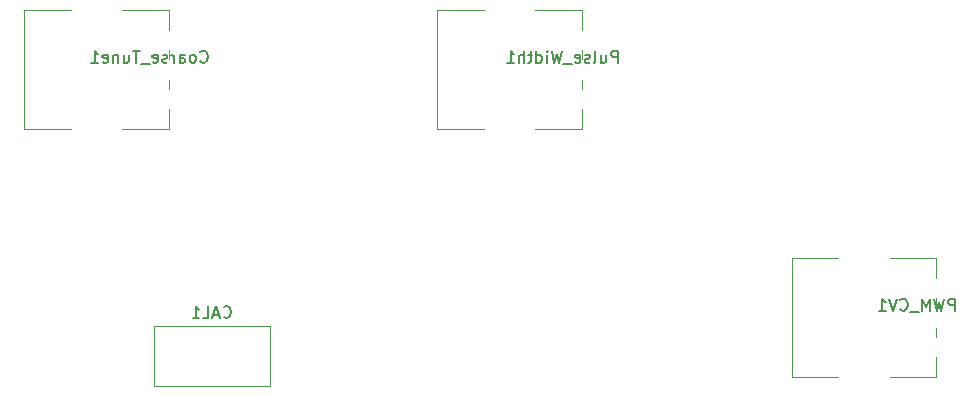
<source format=gbr>
%TF.GenerationSoftware,KiCad,Pcbnew,(5.1.7)-1*%
%TF.CreationDate,2020-11-22T12:34:15-07:00*%
%TF.ProjectId,cem3340_board_mount,63656d33-3334-4305-9f62-6f6172645f6d,rev?*%
%TF.SameCoordinates,Original*%
%TF.FileFunction,Legend,Bot*%
%TF.FilePolarity,Positive*%
%FSLAX46Y46*%
G04 Gerber Fmt 4.6, Leading zero omitted, Abs format (unit mm)*
G04 Created by KiCad (PCBNEW (5.1.7)-1) date 2020-11-22 12:34:15*
%MOMM*%
%LPD*%
G01*
G04 APERTURE LIST*
%ADD10C,0.120000*%
%ADD11C,0.150000*%
G04 APERTURE END LIST*
D10*
%TO.C,PWM_CV1*%
X201120000Y-101079000D02*
X197183000Y-101079000D01*
X192816000Y-101079000D02*
X188880000Y-101079000D01*
X201120000Y-111120000D02*
X197183000Y-111120000D01*
X192816000Y-111120000D02*
X188880000Y-111120000D01*
X201120000Y-101079000D02*
X201120000Y-102729000D01*
X201120000Y-104471000D02*
X201120000Y-105230000D01*
X201120000Y-106971000D02*
X201120000Y-107730000D01*
X201120000Y-109470000D02*
X201120000Y-111120000D01*
X188880000Y-101079000D02*
X188880000Y-111120000D01*
%TO.C,Coarse_Tune1*%
X136120000Y-80079000D02*
X132183000Y-80079000D01*
X127816000Y-80079000D02*
X123880000Y-80079000D01*
X136120000Y-90120000D02*
X132183000Y-90120000D01*
X127816000Y-90120000D02*
X123880000Y-90120000D01*
X136120000Y-80079000D02*
X136120000Y-81729000D01*
X136120000Y-83471000D02*
X136120000Y-84230000D01*
X136120000Y-85971000D02*
X136120000Y-86730000D01*
X136120000Y-88470000D02*
X136120000Y-90120000D01*
X123880000Y-80079000D02*
X123880000Y-90120000D01*
%TO.C,Pulse_Width1*%
X171120000Y-80079000D02*
X167183000Y-80079000D01*
X162816000Y-80079000D02*
X158880000Y-80079000D01*
X171120000Y-90120000D02*
X167183000Y-90120000D01*
X162816000Y-90120000D02*
X158880000Y-90120000D01*
X171120000Y-80079000D02*
X171120000Y-81729000D01*
X171120000Y-83471000D02*
X171120000Y-84230000D01*
X171120000Y-85971000D02*
X171120000Y-86730000D01*
X171120000Y-88470000D02*
X171120000Y-90120000D01*
X158880000Y-80079000D02*
X158880000Y-90120000D01*
%TO.C,CAL1*%
X144665000Y-106810000D02*
X134895000Y-106810000D01*
X144665000Y-111880000D02*
X134895000Y-111880000D01*
X144665000Y-106810000D02*
X144665000Y-111880000D01*
X134895000Y-106810000D02*
X134895000Y-111880000D01*
%TO.C,PWM_CV1*%
D11*
X202690476Y-105502380D02*
X202690476Y-104502380D01*
X202309523Y-104502380D01*
X202214285Y-104550000D01*
X202166666Y-104597619D01*
X202119047Y-104692857D01*
X202119047Y-104835714D01*
X202166666Y-104930952D01*
X202214285Y-104978571D01*
X202309523Y-105026190D01*
X202690476Y-105026190D01*
X201785714Y-104502380D02*
X201547619Y-105502380D01*
X201357142Y-104788095D01*
X201166666Y-105502380D01*
X200928571Y-104502380D01*
X200547619Y-105502380D02*
X200547619Y-104502380D01*
X200214285Y-105216666D01*
X199880952Y-104502380D01*
X199880952Y-105502380D01*
X199642857Y-105597619D02*
X198880952Y-105597619D01*
X198071428Y-105407142D02*
X198119047Y-105454761D01*
X198261904Y-105502380D01*
X198357142Y-105502380D01*
X198500000Y-105454761D01*
X198595238Y-105359523D01*
X198642857Y-105264285D01*
X198690476Y-105073809D01*
X198690476Y-104930952D01*
X198642857Y-104740476D01*
X198595238Y-104645238D01*
X198500000Y-104550000D01*
X198357142Y-104502380D01*
X198261904Y-104502380D01*
X198119047Y-104550000D01*
X198071428Y-104597619D01*
X197785714Y-104502380D02*
X197452380Y-105502380D01*
X197119047Y-104502380D01*
X196261904Y-105502380D02*
X196833333Y-105502380D01*
X196547619Y-105502380D02*
X196547619Y-104502380D01*
X196642857Y-104645238D01*
X196738095Y-104740476D01*
X196833333Y-104788095D01*
%TO.C,Coarse_Tune1*%
X138809523Y-84407142D02*
X138857142Y-84454761D01*
X139000000Y-84502380D01*
X139095238Y-84502380D01*
X139238095Y-84454761D01*
X139333333Y-84359523D01*
X139380952Y-84264285D01*
X139428571Y-84073809D01*
X139428571Y-83930952D01*
X139380952Y-83740476D01*
X139333333Y-83645238D01*
X139238095Y-83550000D01*
X139095238Y-83502380D01*
X139000000Y-83502380D01*
X138857142Y-83550000D01*
X138809523Y-83597619D01*
X138238095Y-84502380D02*
X138333333Y-84454761D01*
X138380952Y-84407142D01*
X138428571Y-84311904D01*
X138428571Y-84026190D01*
X138380952Y-83930952D01*
X138333333Y-83883333D01*
X138238095Y-83835714D01*
X138095238Y-83835714D01*
X138000000Y-83883333D01*
X137952380Y-83930952D01*
X137904761Y-84026190D01*
X137904761Y-84311904D01*
X137952380Y-84407142D01*
X138000000Y-84454761D01*
X138095238Y-84502380D01*
X138238095Y-84502380D01*
X137047619Y-84502380D02*
X137047619Y-83978571D01*
X137095238Y-83883333D01*
X137190476Y-83835714D01*
X137380952Y-83835714D01*
X137476190Y-83883333D01*
X137047619Y-84454761D02*
X137142857Y-84502380D01*
X137380952Y-84502380D01*
X137476190Y-84454761D01*
X137523809Y-84359523D01*
X137523809Y-84264285D01*
X137476190Y-84169047D01*
X137380952Y-84121428D01*
X137142857Y-84121428D01*
X137047619Y-84073809D01*
X136571428Y-84502380D02*
X136571428Y-83835714D01*
X136571428Y-84026190D02*
X136523809Y-83930952D01*
X136476190Y-83883333D01*
X136380952Y-83835714D01*
X136285714Y-83835714D01*
X136000000Y-84454761D02*
X135904761Y-84502380D01*
X135714285Y-84502380D01*
X135619047Y-84454761D01*
X135571428Y-84359523D01*
X135571428Y-84311904D01*
X135619047Y-84216666D01*
X135714285Y-84169047D01*
X135857142Y-84169047D01*
X135952380Y-84121428D01*
X136000000Y-84026190D01*
X136000000Y-83978571D01*
X135952380Y-83883333D01*
X135857142Y-83835714D01*
X135714285Y-83835714D01*
X135619047Y-83883333D01*
X134761904Y-84454761D02*
X134857142Y-84502380D01*
X135047619Y-84502380D01*
X135142857Y-84454761D01*
X135190476Y-84359523D01*
X135190476Y-83978571D01*
X135142857Y-83883333D01*
X135047619Y-83835714D01*
X134857142Y-83835714D01*
X134761904Y-83883333D01*
X134714285Y-83978571D01*
X134714285Y-84073809D01*
X135190476Y-84169047D01*
X134523809Y-84597619D02*
X133761904Y-84597619D01*
X133666666Y-83502380D02*
X133095238Y-83502380D01*
X133380952Y-84502380D02*
X133380952Y-83502380D01*
X132333333Y-83835714D02*
X132333333Y-84502380D01*
X132761904Y-83835714D02*
X132761904Y-84359523D01*
X132714285Y-84454761D01*
X132619047Y-84502380D01*
X132476190Y-84502380D01*
X132380952Y-84454761D01*
X132333333Y-84407142D01*
X131857142Y-83835714D02*
X131857142Y-84502380D01*
X131857142Y-83930952D02*
X131809523Y-83883333D01*
X131714285Y-83835714D01*
X131571428Y-83835714D01*
X131476190Y-83883333D01*
X131428571Y-83978571D01*
X131428571Y-84502380D01*
X130571428Y-84454761D02*
X130666666Y-84502380D01*
X130857142Y-84502380D01*
X130952380Y-84454761D01*
X131000000Y-84359523D01*
X131000000Y-83978571D01*
X130952380Y-83883333D01*
X130857142Y-83835714D01*
X130666666Y-83835714D01*
X130571428Y-83883333D01*
X130523809Y-83978571D01*
X130523809Y-84073809D01*
X131000000Y-84169047D01*
X129571428Y-84502380D02*
X130142857Y-84502380D01*
X129857142Y-84502380D02*
X129857142Y-83502380D01*
X129952380Y-83645238D01*
X130047619Y-83740476D01*
X130142857Y-83788095D01*
%TO.C,Pulse_Width1*%
X174166666Y-84502380D02*
X174166666Y-83502380D01*
X173785714Y-83502380D01*
X173690476Y-83550000D01*
X173642857Y-83597619D01*
X173595238Y-83692857D01*
X173595238Y-83835714D01*
X173642857Y-83930952D01*
X173690476Y-83978571D01*
X173785714Y-84026190D01*
X174166666Y-84026190D01*
X172738095Y-83835714D02*
X172738095Y-84502380D01*
X173166666Y-83835714D02*
X173166666Y-84359523D01*
X173119047Y-84454761D01*
X173023809Y-84502380D01*
X172880952Y-84502380D01*
X172785714Y-84454761D01*
X172738095Y-84407142D01*
X172119047Y-84502380D02*
X172214285Y-84454761D01*
X172261904Y-84359523D01*
X172261904Y-83502380D01*
X171785714Y-84454761D02*
X171690476Y-84502380D01*
X171500000Y-84502380D01*
X171404761Y-84454761D01*
X171357142Y-84359523D01*
X171357142Y-84311904D01*
X171404761Y-84216666D01*
X171500000Y-84169047D01*
X171642857Y-84169047D01*
X171738095Y-84121428D01*
X171785714Y-84026190D01*
X171785714Y-83978571D01*
X171738095Y-83883333D01*
X171642857Y-83835714D01*
X171500000Y-83835714D01*
X171404761Y-83883333D01*
X170547619Y-84454761D02*
X170642857Y-84502380D01*
X170833333Y-84502380D01*
X170928571Y-84454761D01*
X170976190Y-84359523D01*
X170976190Y-83978571D01*
X170928571Y-83883333D01*
X170833333Y-83835714D01*
X170642857Y-83835714D01*
X170547619Y-83883333D01*
X170500000Y-83978571D01*
X170500000Y-84073809D01*
X170976190Y-84169047D01*
X170309523Y-84597619D02*
X169547619Y-84597619D01*
X169404761Y-83502380D02*
X169166666Y-84502380D01*
X168976190Y-83788095D01*
X168785714Y-84502380D01*
X168547619Y-83502380D01*
X168166666Y-84502380D02*
X168166666Y-83835714D01*
X168166666Y-83502380D02*
X168214285Y-83550000D01*
X168166666Y-83597619D01*
X168119047Y-83550000D01*
X168166666Y-83502380D01*
X168166666Y-83597619D01*
X167261904Y-84502380D02*
X167261904Y-83502380D01*
X167261904Y-84454761D02*
X167357142Y-84502380D01*
X167547619Y-84502380D01*
X167642857Y-84454761D01*
X167690476Y-84407142D01*
X167738095Y-84311904D01*
X167738095Y-84026190D01*
X167690476Y-83930952D01*
X167642857Y-83883333D01*
X167547619Y-83835714D01*
X167357142Y-83835714D01*
X167261904Y-83883333D01*
X166928571Y-83835714D02*
X166547619Y-83835714D01*
X166785714Y-83502380D02*
X166785714Y-84359523D01*
X166738095Y-84454761D01*
X166642857Y-84502380D01*
X166547619Y-84502380D01*
X166214285Y-84502380D02*
X166214285Y-83502380D01*
X165785714Y-84502380D02*
X165785714Y-83978571D01*
X165833333Y-83883333D01*
X165928571Y-83835714D01*
X166071428Y-83835714D01*
X166166666Y-83883333D01*
X166214285Y-83930952D01*
X164785714Y-84502380D02*
X165357142Y-84502380D01*
X165071428Y-84502380D02*
X165071428Y-83502380D01*
X165166666Y-83645238D01*
X165261904Y-83740476D01*
X165357142Y-83788095D01*
%TO.C,CAL1*%
X140780000Y-106037142D02*
X140827619Y-106084761D01*
X140970476Y-106132380D01*
X141065714Y-106132380D01*
X141208571Y-106084761D01*
X141303809Y-105989523D01*
X141351428Y-105894285D01*
X141399047Y-105703809D01*
X141399047Y-105560952D01*
X141351428Y-105370476D01*
X141303809Y-105275238D01*
X141208571Y-105180000D01*
X141065714Y-105132380D01*
X140970476Y-105132380D01*
X140827619Y-105180000D01*
X140780000Y-105227619D01*
X140399047Y-105846666D02*
X139922857Y-105846666D01*
X140494285Y-106132380D02*
X140160952Y-105132380D01*
X139827619Y-106132380D01*
X139018095Y-106132380D02*
X139494285Y-106132380D01*
X139494285Y-105132380D01*
X138160952Y-106132380D02*
X138732380Y-106132380D01*
X138446666Y-106132380D02*
X138446666Y-105132380D01*
X138541904Y-105275238D01*
X138637142Y-105370476D01*
X138732380Y-105418095D01*
%TD*%
M02*

</source>
